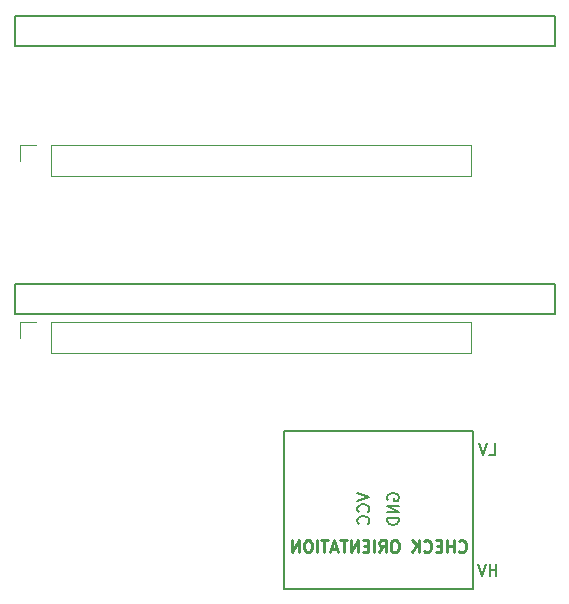
<source format=gbr>
%TF.GenerationSoftware,KiCad,Pcbnew,(6.0.4)*%
%TF.CreationDate,2022-09-17T14:54:46+01:00*%
%TF.ProjectId,eChook Wireless Board,6543686f-6f6b-4205-9769-72656c657373,rev?*%
%TF.SameCoordinates,Original*%
%TF.FileFunction,Legend,Bot*%
%TF.FilePolarity,Positive*%
%FSLAX46Y46*%
G04 Gerber Fmt 4.6, Leading zero omitted, Abs format (unit mm)*
G04 Created by KiCad (PCBNEW (6.0.4)) date 2022-09-17 14:54:46*
%MOMM*%
%LPD*%
G01*
G04 APERTURE LIST*
%ADD10C,0.250000*%
%ADD11C,0.150000*%
%ADD12C,0.127000*%
%ADD13C,0.177800*%
%ADD14C,0.120000*%
G04 APERTURE END LIST*
D10*
X157261904Y-119557142D02*
X157309523Y-119604761D01*
X157452380Y-119652380D01*
X157547619Y-119652380D01*
X157690476Y-119604761D01*
X157785714Y-119509523D01*
X157833333Y-119414285D01*
X157880952Y-119223809D01*
X157880952Y-119080952D01*
X157833333Y-118890476D01*
X157785714Y-118795238D01*
X157690476Y-118700000D01*
X157547619Y-118652380D01*
X157452380Y-118652380D01*
X157309523Y-118700000D01*
X157261904Y-118747619D01*
X156833333Y-119652380D02*
X156833333Y-118652380D01*
X156833333Y-119128571D02*
X156261904Y-119128571D01*
X156261904Y-119652380D02*
X156261904Y-118652380D01*
X155785714Y-119128571D02*
X155452380Y-119128571D01*
X155309523Y-119652380D02*
X155785714Y-119652380D01*
X155785714Y-118652380D01*
X155309523Y-118652380D01*
X154309523Y-119557142D02*
X154357142Y-119604761D01*
X154500000Y-119652380D01*
X154595238Y-119652380D01*
X154738095Y-119604761D01*
X154833333Y-119509523D01*
X154880952Y-119414285D01*
X154928571Y-119223809D01*
X154928571Y-119080952D01*
X154880952Y-118890476D01*
X154833333Y-118795238D01*
X154738095Y-118700000D01*
X154595238Y-118652380D01*
X154500000Y-118652380D01*
X154357142Y-118700000D01*
X154309523Y-118747619D01*
X153880952Y-119652380D02*
X153880952Y-118652380D01*
X153309523Y-119652380D02*
X153738095Y-119080952D01*
X153309523Y-118652380D02*
X153880952Y-119223809D01*
X151928571Y-118652380D02*
X151738095Y-118652380D01*
X151642857Y-118700000D01*
X151547619Y-118795238D01*
X151500000Y-118985714D01*
X151500000Y-119319047D01*
X151547619Y-119509523D01*
X151642857Y-119604761D01*
X151738095Y-119652380D01*
X151928571Y-119652380D01*
X152023809Y-119604761D01*
X152119047Y-119509523D01*
X152166666Y-119319047D01*
X152166666Y-118985714D01*
X152119047Y-118795238D01*
X152023809Y-118700000D01*
X151928571Y-118652380D01*
X150500000Y-119652380D02*
X150833333Y-119176190D01*
X151071428Y-119652380D02*
X151071428Y-118652380D01*
X150690476Y-118652380D01*
X150595238Y-118700000D01*
X150547619Y-118747619D01*
X150500000Y-118842857D01*
X150500000Y-118985714D01*
X150547619Y-119080952D01*
X150595238Y-119128571D01*
X150690476Y-119176190D01*
X151071428Y-119176190D01*
X150071428Y-119652380D02*
X150071428Y-118652380D01*
X149595238Y-119128571D02*
X149261904Y-119128571D01*
X149119047Y-119652380D02*
X149595238Y-119652380D01*
X149595238Y-118652380D01*
X149119047Y-118652380D01*
X148690476Y-119652380D02*
X148690476Y-118652380D01*
X148119047Y-119652380D01*
X148119047Y-118652380D01*
X147785714Y-118652380D02*
X147214285Y-118652380D01*
X147500000Y-119652380D02*
X147500000Y-118652380D01*
X146928571Y-119366666D02*
X146452380Y-119366666D01*
X147023809Y-119652380D02*
X146690476Y-118652380D01*
X146357142Y-119652380D01*
X146166666Y-118652380D02*
X145595238Y-118652380D01*
X145880952Y-119652380D02*
X145880952Y-118652380D01*
X145261904Y-119652380D02*
X145261904Y-118652380D01*
X144595238Y-118652380D02*
X144404761Y-118652380D01*
X144309523Y-118700000D01*
X144214285Y-118795238D01*
X144166666Y-118985714D01*
X144166666Y-119319047D01*
X144214285Y-119509523D01*
X144309523Y-119604761D01*
X144404761Y-119652380D01*
X144595238Y-119652380D01*
X144690476Y-119604761D01*
X144785714Y-119509523D01*
X144833333Y-119319047D01*
X144833333Y-118985714D01*
X144785714Y-118795238D01*
X144690476Y-118700000D01*
X144595238Y-118652380D01*
X143738095Y-119652380D02*
X143738095Y-118652380D01*
X143166666Y-119652380D01*
X143166666Y-118652380D01*
D11*
X159842785Y-111452380D02*
X160318976Y-111452380D01*
X160318976Y-110452380D01*
X159652309Y-110452380D02*
X159318976Y-111452380D01*
X158985642Y-110452380D01*
X148676118Y-114666666D02*
X149676118Y-115000000D01*
X148676118Y-115333333D01*
X149580880Y-116238095D02*
X149628499Y-116190476D01*
X149676118Y-116047619D01*
X149676118Y-115952380D01*
X149628499Y-115809523D01*
X149533261Y-115714285D01*
X149438023Y-115666666D01*
X149247547Y-115619047D01*
X149104690Y-115619047D01*
X148914214Y-115666666D01*
X148818976Y-115714285D01*
X148723738Y-115809523D01*
X148676118Y-115952380D01*
X148676118Y-116047619D01*
X148723738Y-116190476D01*
X148771357Y-116238095D01*
X149580880Y-117238095D02*
X149628499Y-117190476D01*
X149676118Y-117047619D01*
X149676118Y-116952380D01*
X149628499Y-116809523D01*
X149533261Y-116714285D01*
X149438023Y-116666666D01*
X149247547Y-116619047D01*
X149104690Y-116619047D01*
X148914214Y-116666666D01*
X148818976Y-116714285D01*
X148723738Y-116809523D01*
X148676118Y-116952380D01*
X148676118Y-117047619D01*
X148723738Y-117190476D01*
X148771357Y-117238095D01*
X151223738Y-115238095D02*
X151176118Y-115142857D01*
X151176118Y-115000000D01*
X151223738Y-114857142D01*
X151318976Y-114761904D01*
X151414214Y-114714285D01*
X151604690Y-114666666D01*
X151747547Y-114666666D01*
X151938023Y-114714285D01*
X152033261Y-114761904D01*
X152128499Y-114857142D01*
X152176118Y-115000000D01*
X152176118Y-115095238D01*
X152128499Y-115238095D01*
X152080880Y-115285714D01*
X151747547Y-115285714D01*
X151747547Y-115095238D01*
X152176118Y-115714285D02*
X151176118Y-115714285D01*
X152176118Y-116285714D01*
X151176118Y-116285714D01*
X152176118Y-116761904D02*
X151176118Y-116761904D01*
X151176118Y-117000000D01*
X151223738Y-117142857D01*
X151318976Y-117238095D01*
X151414214Y-117285714D01*
X151604690Y-117333333D01*
X151747547Y-117333333D01*
X151938023Y-117285714D01*
X152033261Y-117238095D01*
X152128499Y-117142857D01*
X152176118Y-117000000D01*
X152176118Y-116761904D01*
X160438023Y-121652380D02*
X160438023Y-120652380D01*
X160438023Y-121128571D02*
X159866595Y-121128571D01*
X159866595Y-121652380D02*
X159866595Y-120652380D01*
X159533261Y-120652380D02*
X159199928Y-121652380D01*
X158866595Y-120652380D01*
D12*
%TO.C,U1*%
X158498700Y-122765000D02*
X158498700Y-109435000D01*
X142448700Y-109435000D02*
X142448700Y-122765000D01*
X158498700Y-109435000D02*
X142448700Y-109435000D01*
X142448700Y-122765000D02*
X158498700Y-122765000D01*
D13*
%TO.C,U2*%
X121555000Y-99503000D02*
X165370000Y-99503000D01*
X121555000Y-76770000D02*
X165370000Y-76770000D01*
X165370000Y-96963000D02*
X165370000Y-99503000D01*
X119650000Y-76770000D02*
X121555000Y-76770000D01*
X119650000Y-96963000D02*
X119650000Y-99503000D01*
X165370000Y-74230000D02*
X165370000Y-76770000D01*
X119650000Y-96963000D02*
X165370000Y-96963000D01*
X119650000Y-74230000D02*
X165370000Y-74230000D01*
X119650000Y-74230000D02*
X119650000Y-76770000D01*
X119650000Y-99503000D02*
X121555000Y-99503000D01*
D14*
%TO.C,J7*%
X122710800Y-85168900D02*
X158330800Y-85168900D01*
X121440800Y-85168900D02*
X120110800Y-85168900D01*
X120110800Y-85168900D02*
X120110800Y-86498900D01*
X158330800Y-85168900D02*
X158330800Y-87828900D01*
X122710800Y-85168900D02*
X122710800Y-87828900D01*
X122710800Y-87828900D02*
X158330800Y-87828900D01*
%TO.C,J4*%
X158330800Y-100169800D02*
X158330800Y-102829800D01*
X121440800Y-100169800D02*
X120110800Y-100169800D01*
X122710800Y-100169800D02*
X158330800Y-100169800D01*
X120110800Y-100169800D02*
X120110800Y-101499800D01*
X122710800Y-102829800D02*
X158330800Y-102829800D01*
X122710800Y-100169800D02*
X122710800Y-102829800D01*
%TD*%
M02*

</source>
